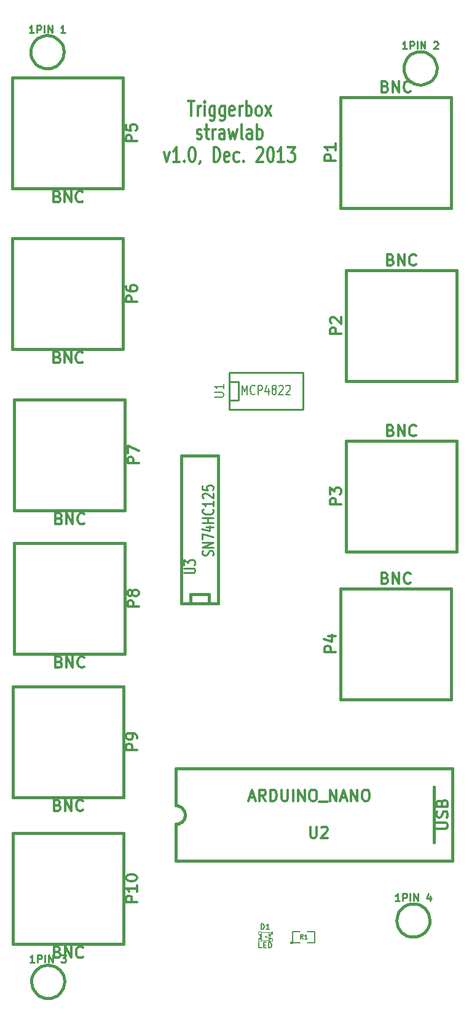
<source format=gto>
G04 (created by PCBNEW-RS274X (2011-05-25)-stable) date Sun 01 Dec 2013 10:46:18 PM CET*
G01*
G70*
G90*
%MOIN*%
G04 Gerber Fmt 3.4, Leading zero omitted, Abs format*
%FSLAX34Y34*%
G04 APERTURE LIST*
%ADD10C,0.006000*%
%ADD11C,0.012000*%
%ADD12C,0.015000*%
%ADD13C,0.005000*%
%ADD14C,0.002600*%
%ADD15C,0.004000*%
%ADD16C,0.002000*%
%ADD17C,0.010000*%
%ADD18C,0.008000*%
%ADD19C,0.011300*%
G04 APERTURE END LIST*
G54D10*
G54D11*
X24131Y-10993D02*
X24474Y-10993D01*
X24303Y-11793D02*
X24303Y-10993D01*
X24674Y-11793D02*
X24674Y-11259D01*
X24674Y-11412D02*
X24702Y-11336D01*
X24731Y-11298D01*
X24788Y-11259D01*
X24845Y-11259D01*
X25045Y-11793D02*
X25045Y-11259D01*
X25045Y-10993D02*
X25016Y-11031D01*
X25045Y-11069D01*
X25073Y-11031D01*
X25045Y-10993D01*
X25045Y-11069D01*
X25588Y-11259D02*
X25588Y-11907D01*
X25559Y-11983D01*
X25531Y-12021D01*
X25474Y-12059D01*
X25388Y-12059D01*
X25331Y-12021D01*
X25588Y-11755D02*
X25531Y-11793D01*
X25417Y-11793D01*
X25359Y-11755D01*
X25331Y-11717D01*
X25302Y-11640D01*
X25302Y-11412D01*
X25331Y-11336D01*
X25359Y-11298D01*
X25417Y-11259D01*
X25531Y-11259D01*
X25588Y-11298D01*
X26131Y-11259D02*
X26131Y-11907D01*
X26102Y-11983D01*
X26074Y-12021D01*
X26017Y-12059D01*
X25931Y-12059D01*
X25874Y-12021D01*
X26131Y-11755D02*
X26074Y-11793D01*
X25960Y-11793D01*
X25902Y-11755D01*
X25874Y-11717D01*
X25845Y-11640D01*
X25845Y-11412D01*
X25874Y-11336D01*
X25902Y-11298D01*
X25960Y-11259D01*
X26074Y-11259D01*
X26131Y-11298D01*
X26645Y-11755D02*
X26588Y-11793D01*
X26474Y-11793D01*
X26417Y-11755D01*
X26388Y-11679D01*
X26388Y-11374D01*
X26417Y-11298D01*
X26474Y-11259D01*
X26588Y-11259D01*
X26645Y-11298D01*
X26674Y-11374D01*
X26674Y-11450D01*
X26388Y-11526D01*
X26931Y-11793D02*
X26931Y-11259D01*
X26931Y-11412D02*
X26959Y-11336D01*
X26988Y-11298D01*
X27045Y-11259D01*
X27102Y-11259D01*
X27302Y-11793D02*
X27302Y-10993D01*
X27302Y-11298D02*
X27359Y-11259D01*
X27473Y-11259D01*
X27530Y-11298D01*
X27559Y-11336D01*
X27588Y-11412D01*
X27588Y-11640D01*
X27559Y-11717D01*
X27530Y-11755D01*
X27473Y-11793D01*
X27359Y-11793D01*
X27302Y-11755D01*
X27931Y-11793D02*
X27873Y-11755D01*
X27845Y-11717D01*
X27816Y-11640D01*
X27816Y-11412D01*
X27845Y-11336D01*
X27873Y-11298D01*
X27931Y-11259D01*
X28016Y-11259D01*
X28073Y-11298D01*
X28102Y-11336D01*
X28131Y-11412D01*
X28131Y-11640D01*
X28102Y-11717D01*
X28073Y-11755D01*
X28016Y-11793D01*
X27931Y-11793D01*
X28331Y-11793D02*
X28645Y-11259D01*
X28331Y-11259D02*
X28645Y-11793D01*
X24630Y-12995D02*
X24687Y-13033D01*
X24802Y-13033D01*
X24859Y-12995D01*
X24887Y-12919D01*
X24887Y-12880D01*
X24859Y-12804D01*
X24802Y-12766D01*
X24716Y-12766D01*
X24659Y-12728D01*
X24630Y-12652D01*
X24630Y-12614D01*
X24659Y-12538D01*
X24716Y-12499D01*
X24802Y-12499D01*
X24859Y-12538D01*
X25059Y-12499D02*
X25288Y-12499D01*
X25145Y-12233D02*
X25145Y-12919D01*
X25173Y-12995D01*
X25231Y-13033D01*
X25288Y-13033D01*
X25488Y-13033D02*
X25488Y-12499D01*
X25488Y-12652D02*
X25516Y-12576D01*
X25545Y-12538D01*
X25602Y-12499D01*
X25659Y-12499D01*
X26116Y-13033D02*
X26116Y-12614D01*
X26087Y-12538D01*
X26030Y-12499D01*
X25916Y-12499D01*
X25859Y-12538D01*
X26116Y-12995D02*
X26059Y-13033D01*
X25916Y-13033D01*
X25859Y-12995D01*
X25830Y-12919D01*
X25830Y-12842D01*
X25859Y-12766D01*
X25916Y-12728D01*
X26059Y-12728D01*
X26116Y-12690D01*
X26345Y-12499D02*
X26459Y-13033D01*
X26573Y-12652D01*
X26688Y-13033D01*
X26802Y-12499D01*
X27117Y-13033D02*
X27059Y-12995D01*
X27031Y-12919D01*
X27031Y-12233D01*
X27602Y-13033D02*
X27602Y-12614D01*
X27573Y-12538D01*
X27516Y-12499D01*
X27402Y-12499D01*
X27345Y-12538D01*
X27602Y-12995D02*
X27545Y-13033D01*
X27402Y-13033D01*
X27345Y-12995D01*
X27316Y-12919D01*
X27316Y-12842D01*
X27345Y-12766D01*
X27402Y-12728D01*
X27545Y-12728D01*
X27602Y-12690D01*
X27888Y-13033D02*
X27888Y-12233D01*
X27888Y-12538D02*
X27945Y-12499D01*
X28059Y-12499D01*
X28116Y-12538D01*
X28145Y-12576D01*
X28174Y-12652D01*
X28174Y-12880D01*
X28145Y-12957D01*
X28116Y-12995D01*
X28059Y-13033D01*
X27945Y-13033D01*
X27888Y-12995D01*
X22847Y-13739D02*
X22990Y-14273D01*
X23132Y-13739D01*
X23675Y-14273D02*
X23332Y-14273D01*
X23504Y-14273D02*
X23504Y-13473D01*
X23447Y-13587D01*
X23389Y-13663D01*
X23332Y-13701D01*
X23932Y-14197D02*
X23960Y-14235D01*
X23932Y-14273D01*
X23903Y-14235D01*
X23932Y-14197D01*
X23932Y-14273D01*
X24332Y-13473D02*
X24389Y-13473D01*
X24446Y-13511D01*
X24475Y-13549D01*
X24504Y-13625D01*
X24532Y-13778D01*
X24532Y-13968D01*
X24504Y-14120D01*
X24475Y-14197D01*
X24446Y-14235D01*
X24389Y-14273D01*
X24332Y-14273D01*
X24275Y-14235D01*
X24246Y-14197D01*
X24218Y-14120D01*
X24189Y-13968D01*
X24189Y-13778D01*
X24218Y-13625D01*
X24246Y-13549D01*
X24275Y-13511D01*
X24332Y-13473D01*
X24817Y-14235D02*
X24817Y-14273D01*
X24789Y-14349D01*
X24760Y-14387D01*
X25532Y-14273D02*
X25532Y-13473D01*
X25675Y-13473D01*
X25760Y-13511D01*
X25818Y-13587D01*
X25846Y-13663D01*
X25875Y-13816D01*
X25875Y-13930D01*
X25846Y-14082D01*
X25818Y-14159D01*
X25760Y-14235D01*
X25675Y-14273D01*
X25532Y-14273D01*
X26360Y-14235D02*
X26303Y-14273D01*
X26189Y-14273D01*
X26132Y-14235D01*
X26103Y-14159D01*
X26103Y-13854D01*
X26132Y-13778D01*
X26189Y-13739D01*
X26303Y-13739D01*
X26360Y-13778D01*
X26389Y-13854D01*
X26389Y-13930D01*
X26103Y-14006D01*
X26903Y-14235D02*
X26846Y-14273D01*
X26732Y-14273D01*
X26674Y-14235D01*
X26646Y-14197D01*
X26617Y-14120D01*
X26617Y-13892D01*
X26646Y-13816D01*
X26674Y-13778D01*
X26732Y-13739D01*
X26846Y-13739D01*
X26903Y-13778D01*
X27160Y-14197D02*
X27188Y-14235D01*
X27160Y-14273D01*
X27131Y-14235D01*
X27160Y-14197D01*
X27160Y-14273D01*
X27874Y-13549D02*
X27903Y-13511D01*
X27960Y-13473D01*
X28103Y-13473D01*
X28160Y-13511D01*
X28189Y-13549D01*
X28217Y-13625D01*
X28217Y-13701D01*
X28189Y-13816D01*
X27846Y-14273D01*
X28217Y-14273D01*
X28588Y-13473D02*
X28645Y-13473D01*
X28702Y-13511D01*
X28731Y-13549D01*
X28760Y-13625D01*
X28788Y-13778D01*
X28788Y-13968D01*
X28760Y-14120D01*
X28731Y-14197D01*
X28702Y-14235D01*
X28645Y-14273D01*
X28588Y-14273D01*
X28531Y-14235D01*
X28502Y-14197D01*
X28474Y-14120D01*
X28445Y-13968D01*
X28445Y-13778D01*
X28474Y-13625D01*
X28502Y-13549D01*
X28531Y-13511D01*
X28588Y-13473D01*
X29359Y-14273D02*
X29016Y-14273D01*
X29188Y-14273D02*
X29188Y-13473D01*
X29131Y-13587D01*
X29073Y-13663D01*
X29016Y-13701D01*
X29559Y-13473D02*
X29930Y-13473D01*
X29730Y-13778D01*
X29816Y-13778D01*
X29873Y-13816D01*
X29902Y-13854D01*
X29930Y-13930D01*
X29930Y-14120D01*
X29902Y-14197D01*
X29873Y-14235D01*
X29816Y-14273D01*
X29644Y-14273D01*
X29587Y-14235D01*
X29559Y-14197D01*
G54D12*
X37476Y-51118D02*
X37476Y-48118D01*
X23476Y-50118D02*
X23519Y-50116D01*
X23562Y-50110D01*
X23605Y-50100D01*
X23647Y-50087D01*
X23687Y-50071D01*
X23726Y-50051D01*
X23762Y-50027D01*
X23797Y-50001D01*
X23829Y-49971D01*
X23859Y-49939D01*
X23885Y-49904D01*
X23909Y-49867D01*
X23929Y-49829D01*
X23945Y-49789D01*
X23958Y-49747D01*
X23968Y-49704D01*
X23974Y-49661D01*
X23976Y-49618D01*
X23976Y-49618D02*
X23974Y-49575D01*
X23968Y-49532D01*
X23958Y-49489D01*
X23945Y-49447D01*
X23929Y-49407D01*
X23909Y-49369D01*
X23885Y-49332D01*
X23859Y-49297D01*
X23829Y-49265D01*
X23797Y-49235D01*
X23762Y-49209D01*
X23726Y-49185D01*
X23687Y-49165D01*
X23647Y-49149D01*
X23605Y-49136D01*
X23562Y-49126D01*
X23519Y-49120D01*
X23476Y-49118D01*
X23476Y-47118D02*
X23476Y-49118D01*
X23476Y-52118D02*
X23476Y-50118D01*
X23476Y-52118D02*
X38476Y-52118D01*
X38476Y-52118D02*
X38476Y-47118D01*
X38476Y-47118D02*
X23476Y-47118D01*
G54D13*
X29813Y-56544D02*
X29812Y-56553D01*
X29809Y-56563D01*
X29804Y-56571D01*
X29798Y-56579D01*
X29790Y-56585D01*
X29782Y-56590D01*
X29773Y-56592D01*
X29763Y-56593D01*
X29754Y-56593D01*
X29745Y-56590D01*
X29736Y-56585D01*
X29729Y-56579D01*
X29722Y-56572D01*
X29718Y-56563D01*
X29715Y-56554D01*
X29714Y-56544D01*
X29714Y-56535D01*
X29717Y-56526D01*
X29721Y-56517D01*
X29728Y-56510D01*
X29735Y-56503D01*
X29743Y-56499D01*
X29753Y-56496D01*
X29762Y-56495D01*
X29771Y-56495D01*
X29781Y-56498D01*
X29789Y-56502D01*
X29797Y-56508D01*
X29803Y-56516D01*
X29808Y-56524D01*
X29811Y-56533D01*
X29812Y-56543D01*
X29813Y-56544D01*
X30213Y-56544D02*
X29813Y-56544D01*
X29813Y-56544D02*
X29813Y-55944D01*
X29813Y-55944D02*
X30213Y-55944D01*
X30613Y-55944D02*
X31013Y-55944D01*
X31013Y-55944D02*
X31013Y-56544D01*
X31013Y-56544D02*
X30613Y-56544D01*
G54D14*
X28519Y-56319D02*
X28519Y-56447D01*
X28519Y-56447D02*
X28716Y-56447D01*
X28716Y-56319D02*
X28716Y-56447D01*
X28519Y-56319D02*
X28716Y-56319D01*
X28519Y-56074D02*
X28519Y-56133D01*
X28519Y-56133D02*
X28618Y-56133D01*
X28618Y-56074D02*
X28618Y-56133D01*
X28519Y-56074D02*
X28618Y-56074D01*
X28519Y-56269D02*
X28519Y-56328D01*
X28519Y-56328D02*
X28618Y-56328D01*
X28618Y-56269D02*
X28618Y-56328D01*
X28519Y-56269D02*
X28618Y-56269D01*
X28519Y-56123D02*
X28519Y-56279D01*
X28519Y-56279D02*
X28588Y-56279D01*
X28588Y-56123D02*
X28588Y-56279D01*
X28519Y-56123D02*
X28588Y-56123D01*
X27930Y-56319D02*
X27930Y-56447D01*
X27930Y-56447D02*
X28127Y-56447D01*
X28127Y-56319D02*
X28127Y-56447D01*
X27930Y-56319D02*
X28127Y-56319D01*
X27930Y-55955D02*
X27930Y-56083D01*
X27930Y-56083D02*
X28127Y-56083D01*
X28127Y-55955D02*
X28127Y-56083D01*
X27930Y-55955D02*
X28127Y-55955D01*
X28028Y-56269D02*
X28028Y-56328D01*
X28028Y-56328D02*
X28127Y-56328D01*
X28127Y-56269D02*
X28127Y-56328D01*
X28028Y-56269D02*
X28127Y-56269D01*
X28028Y-56074D02*
X28028Y-56133D01*
X28028Y-56133D02*
X28127Y-56133D01*
X28127Y-56074D02*
X28127Y-56133D01*
X28028Y-56074D02*
X28127Y-56074D01*
X28058Y-56123D02*
X28058Y-56279D01*
X28058Y-56279D02*
X28127Y-56279D01*
X28127Y-56123D02*
X28127Y-56279D01*
X28058Y-56123D02*
X28127Y-56123D01*
X28323Y-56162D02*
X28323Y-56240D01*
X28323Y-56240D02*
X28401Y-56240D01*
X28401Y-56162D02*
X28401Y-56240D01*
X28323Y-56162D02*
X28401Y-56162D01*
X28519Y-55965D02*
X28519Y-56083D01*
X28519Y-56083D02*
X28637Y-56083D01*
X28637Y-55965D02*
X28637Y-56083D01*
X28519Y-55965D02*
X28637Y-55965D01*
X28687Y-55955D02*
X28687Y-56044D01*
X28687Y-56044D02*
X28716Y-56044D01*
X28716Y-55955D02*
X28716Y-56044D01*
X28687Y-55955D02*
X28716Y-55955D01*
G54D15*
X28529Y-56427D02*
X28117Y-56427D01*
X28127Y-55975D02*
X28687Y-55975D01*
G54D16*
X28685Y-56024D02*
X28684Y-56029D01*
X28682Y-56034D01*
X28680Y-56039D01*
X28676Y-56043D01*
X28672Y-56047D01*
X28667Y-56049D01*
X28662Y-56051D01*
X28657Y-56051D01*
X28652Y-56051D01*
X28647Y-56049D01*
X28642Y-56047D01*
X28638Y-56044D01*
X28634Y-56039D01*
X28632Y-56035D01*
X28630Y-56029D01*
X28630Y-56024D01*
X28630Y-56019D01*
X28631Y-56014D01*
X28634Y-56009D01*
X28637Y-56005D01*
X28642Y-56002D01*
X28646Y-55999D01*
X28651Y-55997D01*
X28657Y-55997D01*
X28661Y-55997D01*
X28667Y-55998D01*
X28672Y-56001D01*
X28676Y-56004D01*
X28679Y-56008D01*
X28682Y-56013D01*
X28684Y-56018D01*
X28684Y-56024D01*
X28685Y-56024D01*
G54D15*
X28716Y-56064D02*
X28705Y-56065D01*
X28693Y-56067D01*
X28681Y-56069D01*
X28670Y-56073D01*
X28659Y-56077D01*
X28648Y-56083D01*
X28638Y-56089D01*
X28628Y-56097D01*
X28620Y-56105D01*
X28612Y-56113D01*
X28604Y-56123D01*
X28598Y-56133D01*
X28592Y-56144D01*
X28588Y-56155D01*
X28584Y-56166D01*
X28582Y-56178D01*
X28580Y-56190D01*
X28579Y-56201D01*
X28580Y-56212D01*
X28582Y-56224D01*
X28584Y-56236D01*
X28588Y-56247D01*
X28592Y-56258D01*
X28598Y-56269D01*
X28604Y-56279D01*
X28612Y-56289D01*
X28620Y-56297D01*
X28628Y-56305D01*
X28638Y-56313D01*
X28648Y-56319D01*
X28659Y-56325D01*
X28670Y-56329D01*
X28681Y-56333D01*
X28693Y-56335D01*
X28705Y-56337D01*
X28716Y-56338D01*
X27930Y-56338D02*
X27941Y-56337D01*
X27953Y-56335D01*
X27965Y-56333D01*
X27976Y-56329D01*
X27987Y-56325D01*
X27998Y-56319D01*
X28008Y-56313D01*
X28018Y-56305D01*
X28026Y-56297D01*
X28034Y-56289D01*
X28042Y-56279D01*
X28048Y-56269D01*
X28054Y-56258D01*
X28058Y-56247D01*
X28062Y-56236D01*
X28064Y-56224D01*
X28066Y-56212D01*
X28067Y-56201D01*
X28066Y-56190D01*
X28064Y-56178D01*
X28062Y-56166D01*
X28058Y-56155D01*
X28054Y-56144D01*
X28048Y-56133D01*
X28042Y-56123D01*
X28034Y-56113D01*
X28026Y-56105D01*
X28018Y-56097D01*
X28008Y-56089D01*
X27998Y-56083D01*
X27987Y-56077D01*
X27976Y-56073D01*
X27965Y-56069D01*
X27953Y-56067D01*
X27941Y-56065D01*
X27930Y-56064D01*
G54D17*
X26374Y-26165D02*
X26874Y-26165D01*
X26874Y-26165D02*
X26874Y-27165D01*
X26874Y-27165D02*
X26374Y-27165D01*
X26374Y-25665D02*
X30374Y-25665D01*
X30374Y-25665D02*
X30374Y-27665D01*
X30374Y-27665D02*
X26374Y-27665D01*
X26374Y-27665D02*
X26374Y-25665D01*
G54D12*
X23780Y-38181D02*
X23780Y-30181D01*
X25780Y-30181D02*
X25780Y-38181D01*
X25780Y-38181D02*
X23780Y-38181D01*
X24280Y-38181D02*
X24280Y-37681D01*
X24280Y-37681D02*
X25280Y-37681D01*
X25280Y-37681D02*
X25280Y-38181D01*
X23780Y-30181D02*
X25780Y-30181D01*
X38405Y-16764D02*
X32405Y-16764D01*
X32405Y-10764D02*
X38405Y-10764D01*
X38405Y-10764D02*
X38405Y-16764D01*
X32405Y-10764D02*
X32405Y-16764D01*
X38701Y-26138D02*
X32701Y-26138D01*
X32701Y-20138D02*
X38701Y-20138D01*
X38701Y-20138D02*
X38701Y-26138D01*
X32701Y-20138D02*
X32701Y-26138D01*
X38701Y-35378D02*
X32701Y-35378D01*
X32701Y-29378D02*
X38701Y-29378D01*
X38701Y-29378D02*
X38701Y-35378D01*
X32701Y-29378D02*
X32701Y-35378D01*
X38405Y-43366D02*
X32405Y-43366D01*
X32405Y-37366D02*
X38405Y-37366D01*
X38405Y-37366D02*
X38405Y-43366D01*
X32405Y-37366D02*
X32405Y-43366D01*
X14626Y-09717D02*
X20626Y-09717D01*
X20626Y-15717D02*
X14626Y-15717D01*
X14626Y-15717D02*
X14626Y-09717D01*
X20626Y-15717D02*
X20626Y-09717D01*
X14626Y-18417D02*
X20626Y-18417D01*
X20626Y-24417D02*
X14626Y-24417D01*
X14626Y-24417D02*
X14626Y-18417D01*
X20626Y-24417D02*
X20626Y-18417D01*
X14720Y-27150D02*
X20720Y-27150D01*
X20720Y-33150D02*
X14720Y-33150D01*
X14720Y-33150D02*
X14720Y-27150D01*
X20720Y-33150D02*
X20720Y-27150D01*
X14720Y-34909D02*
X20720Y-34909D01*
X20720Y-40909D02*
X14720Y-40909D01*
X14720Y-40909D02*
X14720Y-34909D01*
X20720Y-40909D02*
X20720Y-34909D01*
X14642Y-42669D02*
X20642Y-42669D01*
X20642Y-48669D02*
X14642Y-48669D01*
X14642Y-48669D02*
X14642Y-42669D01*
X20642Y-48669D02*
X20642Y-42669D01*
X14634Y-50614D02*
X20634Y-50614D01*
X20634Y-56614D02*
X14634Y-56614D01*
X14634Y-56614D02*
X14634Y-50614D01*
X20634Y-56614D02*
X20634Y-50614D01*
X37636Y-09197D02*
X37618Y-09371D01*
X37568Y-09539D01*
X37485Y-09695D01*
X37374Y-09831D01*
X37239Y-09943D01*
X37084Y-10026D01*
X36916Y-10078D01*
X36742Y-10096D01*
X36568Y-10081D01*
X36399Y-10031D01*
X36244Y-09950D01*
X36107Y-09840D01*
X35994Y-09705D01*
X35909Y-09551D01*
X35856Y-09384D01*
X35837Y-09209D01*
X35851Y-09035D01*
X35900Y-08866D01*
X35980Y-08710D01*
X36089Y-08572D01*
X36223Y-08458D01*
X36376Y-08373D01*
X36543Y-08318D01*
X36718Y-08298D01*
X36892Y-08311D01*
X37061Y-08358D01*
X37218Y-08438D01*
X37356Y-08546D01*
X37471Y-08679D01*
X37558Y-08831D01*
X37613Y-08998D01*
X37635Y-09172D01*
X37636Y-09197D01*
X17408Y-08323D02*
X17390Y-08497D01*
X17340Y-08665D01*
X17257Y-08821D01*
X17146Y-08957D01*
X17011Y-09069D01*
X16856Y-09152D01*
X16688Y-09204D01*
X16514Y-09222D01*
X16340Y-09207D01*
X16171Y-09157D01*
X16016Y-09076D01*
X15879Y-08966D01*
X15766Y-08831D01*
X15681Y-08677D01*
X15628Y-08510D01*
X15609Y-08335D01*
X15623Y-08161D01*
X15672Y-07992D01*
X15752Y-07836D01*
X15861Y-07698D01*
X15995Y-07584D01*
X16148Y-07499D01*
X16315Y-07444D01*
X16490Y-07424D01*
X16664Y-07437D01*
X16833Y-07484D01*
X16990Y-07564D01*
X17128Y-07672D01*
X17243Y-07805D01*
X17330Y-07957D01*
X17385Y-08124D01*
X17407Y-08298D01*
X17408Y-08323D01*
X17443Y-58650D02*
X17425Y-58824D01*
X17375Y-58992D01*
X17292Y-59148D01*
X17181Y-59284D01*
X17046Y-59396D01*
X16891Y-59479D01*
X16723Y-59531D01*
X16549Y-59549D01*
X16375Y-59534D01*
X16206Y-59484D01*
X16051Y-59403D01*
X15914Y-59293D01*
X15801Y-59158D01*
X15716Y-59004D01*
X15663Y-58837D01*
X15644Y-58662D01*
X15658Y-58488D01*
X15707Y-58319D01*
X15787Y-58163D01*
X15896Y-58025D01*
X16030Y-57911D01*
X16183Y-57826D01*
X16350Y-57771D01*
X16525Y-57751D01*
X16699Y-57764D01*
X16868Y-57811D01*
X17025Y-57891D01*
X17163Y-57999D01*
X17278Y-58132D01*
X17365Y-58284D01*
X17420Y-58451D01*
X17442Y-58625D01*
X17443Y-58650D01*
X37250Y-55327D02*
X37232Y-55501D01*
X37182Y-55669D01*
X37099Y-55825D01*
X36988Y-55961D01*
X36853Y-56073D01*
X36698Y-56156D01*
X36530Y-56208D01*
X36356Y-56226D01*
X36182Y-56211D01*
X36013Y-56161D01*
X35858Y-56080D01*
X35721Y-55970D01*
X35608Y-55835D01*
X35523Y-55681D01*
X35470Y-55514D01*
X35451Y-55339D01*
X35465Y-55165D01*
X35514Y-54996D01*
X35594Y-54840D01*
X35703Y-54702D01*
X35837Y-54588D01*
X35990Y-54503D01*
X36157Y-54448D01*
X36332Y-54428D01*
X36506Y-54441D01*
X36675Y-54488D01*
X36832Y-54568D01*
X36970Y-54676D01*
X37085Y-54809D01*
X37172Y-54961D01*
X37227Y-55128D01*
X37249Y-55302D01*
X37250Y-55327D01*
G54D11*
X30769Y-50261D02*
X30769Y-50747D01*
X30797Y-50804D01*
X30826Y-50832D01*
X30883Y-50861D01*
X30997Y-50861D01*
X31055Y-50832D01*
X31083Y-50804D01*
X31112Y-50747D01*
X31112Y-50261D01*
X31369Y-50318D02*
X31398Y-50289D01*
X31455Y-50261D01*
X31598Y-50261D01*
X31655Y-50289D01*
X31684Y-50318D01*
X31712Y-50375D01*
X31712Y-50432D01*
X31684Y-50518D01*
X31341Y-50861D01*
X31712Y-50861D01*
X27468Y-48689D02*
X27754Y-48689D01*
X27411Y-48861D02*
X27611Y-48261D01*
X27811Y-48861D01*
X28354Y-48861D02*
X28154Y-48575D01*
X28011Y-48861D02*
X28011Y-48261D01*
X28239Y-48261D01*
X28297Y-48289D01*
X28325Y-48318D01*
X28354Y-48375D01*
X28354Y-48461D01*
X28325Y-48518D01*
X28297Y-48547D01*
X28239Y-48575D01*
X28011Y-48575D01*
X28611Y-48861D02*
X28611Y-48261D01*
X28754Y-48261D01*
X28839Y-48289D01*
X28897Y-48347D01*
X28925Y-48404D01*
X28954Y-48518D01*
X28954Y-48604D01*
X28925Y-48718D01*
X28897Y-48775D01*
X28839Y-48832D01*
X28754Y-48861D01*
X28611Y-48861D01*
X29211Y-48261D02*
X29211Y-48747D01*
X29239Y-48804D01*
X29268Y-48832D01*
X29325Y-48861D01*
X29439Y-48861D01*
X29497Y-48832D01*
X29525Y-48804D01*
X29554Y-48747D01*
X29554Y-48261D01*
X29840Y-48861D02*
X29840Y-48261D01*
X30126Y-48861D02*
X30126Y-48261D01*
X30469Y-48861D01*
X30469Y-48261D01*
X30869Y-48261D02*
X30983Y-48261D01*
X31041Y-48289D01*
X31098Y-48347D01*
X31126Y-48461D01*
X31126Y-48661D01*
X31098Y-48775D01*
X31041Y-48832D01*
X30983Y-48861D01*
X30869Y-48861D01*
X30812Y-48832D01*
X30755Y-48775D01*
X30726Y-48661D01*
X30726Y-48461D01*
X30755Y-48347D01*
X30812Y-48289D01*
X30869Y-48261D01*
X31241Y-48918D02*
X31698Y-48918D01*
X31841Y-48861D02*
X31841Y-48261D01*
X32184Y-48861D01*
X32184Y-48261D01*
X32441Y-48689D02*
X32727Y-48689D01*
X32384Y-48861D02*
X32584Y-48261D01*
X32784Y-48861D01*
X32984Y-48861D02*
X32984Y-48261D01*
X33327Y-48861D01*
X33327Y-48261D01*
X33727Y-48261D02*
X33841Y-48261D01*
X33899Y-48289D01*
X33956Y-48347D01*
X33984Y-48461D01*
X33984Y-48661D01*
X33956Y-48775D01*
X33899Y-48832D01*
X33841Y-48861D01*
X33727Y-48861D01*
X33670Y-48832D01*
X33613Y-48775D01*
X33584Y-48661D01*
X33584Y-48461D01*
X33613Y-48347D01*
X33670Y-48289D01*
X33727Y-48261D01*
X37619Y-50375D02*
X38105Y-50375D01*
X38162Y-50347D01*
X38190Y-50318D01*
X38219Y-50261D01*
X38219Y-50147D01*
X38190Y-50089D01*
X38162Y-50061D01*
X38105Y-50032D01*
X37619Y-50032D01*
X38190Y-49775D02*
X38219Y-49689D01*
X38219Y-49546D01*
X38190Y-49489D01*
X38162Y-49460D01*
X38105Y-49432D01*
X38047Y-49432D01*
X37990Y-49460D01*
X37962Y-49489D01*
X37933Y-49546D01*
X37905Y-49660D01*
X37876Y-49718D01*
X37847Y-49746D01*
X37790Y-49775D01*
X37733Y-49775D01*
X37676Y-49746D01*
X37647Y-49718D01*
X37619Y-49660D01*
X37619Y-49518D01*
X37647Y-49432D01*
X37905Y-48975D02*
X37933Y-48889D01*
X37962Y-48861D01*
X38019Y-48832D01*
X38105Y-48832D01*
X38162Y-48861D01*
X38190Y-48889D01*
X38219Y-48947D01*
X38219Y-49175D01*
X37619Y-49175D01*
X37619Y-48975D01*
X37647Y-48918D01*
X37676Y-48889D01*
X37733Y-48861D01*
X37790Y-48861D01*
X37847Y-48889D01*
X37876Y-48918D01*
X37905Y-48975D01*
X37905Y-49175D01*
G54D13*
X30371Y-56345D02*
X30288Y-56226D01*
X30229Y-56345D02*
X30229Y-56095D01*
X30324Y-56095D01*
X30348Y-56107D01*
X30359Y-56119D01*
X30371Y-56143D01*
X30371Y-56179D01*
X30359Y-56202D01*
X30348Y-56214D01*
X30324Y-56226D01*
X30229Y-56226D01*
X30609Y-56345D02*
X30467Y-56345D01*
X30538Y-56345D02*
X30538Y-56095D01*
X30514Y-56131D01*
X30490Y-56155D01*
X30467Y-56167D01*
X28101Y-55822D02*
X28101Y-55522D01*
X28173Y-55522D01*
X28216Y-55537D01*
X28244Y-55565D01*
X28259Y-55594D01*
X28273Y-55651D01*
X28273Y-55694D01*
X28259Y-55751D01*
X28244Y-55780D01*
X28216Y-55808D01*
X28173Y-55822D01*
X28101Y-55822D01*
X28559Y-55822D02*
X28387Y-55822D01*
X28473Y-55822D02*
X28473Y-55522D01*
X28444Y-55565D01*
X28416Y-55594D01*
X28387Y-55608D01*
X28130Y-56822D02*
X27987Y-56822D01*
X27987Y-56522D01*
X28230Y-56665D02*
X28330Y-56665D01*
X28373Y-56822D02*
X28230Y-56822D01*
X28230Y-56522D01*
X28373Y-56522D01*
X28501Y-56822D02*
X28501Y-56522D01*
X28573Y-56522D01*
X28616Y-56537D01*
X28644Y-56565D01*
X28659Y-56594D01*
X28673Y-56651D01*
X28673Y-56694D01*
X28659Y-56751D01*
X28644Y-56780D01*
X28616Y-56808D01*
X28573Y-56822D01*
X28501Y-56822D01*
G54D18*
X25576Y-27008D02*
X25981Y-27008D01*
X26029Y-26986D01*
X26053Y-26965D01*
X26076Y-26922D01*
X26076Y-26836D01*
X26053Y-26794D01*
X26029Y-26772D01*
X25981Y-26751D01*
X25576Y-26751D01*
X26076Y-26301D02*
X26076Y-26558D01*
X26076Y-26430D02*
X25576Y-26430D01*
X25648Y-26473D01*
X25695Y-26515D01*
X25719Y-26558D01*
X27079Y-26867D02*
X27079Y-26367D01*
X27213Y-26725D01*
X27346Y-26367D01*
X27346Y-26867D01*
X27765Y-26820D02*
X27746Y-26844D01*
X27689Y-26867D01*
X27651Y-26867D01*
X27593Y-26844D01*
X27555Y-26796D01*
X27536Y-26748D01*
X27517Y-26653D01*
X27517Y-26582D01*
X27536Y-26486D01*
X27555Y-26439D01*
X27593Y-26391D01*
X27651Y-26367D01*
X27689Y-26367D01*
X27746Y-26391D01*
X27765Y-26415D01*
X27936Y-26867D02*
X27936Y-26367D01*
X28089Y-26367D01*
X28127Y-26391D01*
X28146Y-26415D01*
X28165Y-26463D01*
X28165Y-26534D01*
X28146Y-26582D01*
X28127Y-26605D01*
X28089Y-26629D01*
X27936Y-26629D01*
X28508Y-26534D02*
X28508Y-26867D01*
X28412Y-26344D02*
X28317Y-26701D01*
X28565Y-26701D01*
X28774Y-26582D02*
X28736Y-26558D01*
X28717Y-26534D01*
X28698Y-26486D01*
X28698Y-26463D01*
X28717Y-26415D01*
X28736Y-26391D01*
X28774Y-26367D01*
X28851Y-26367D01*
X28889Y-26391D01*
X28908Y-26415D01*
X28927Y-26463D01*
X28927Y-26486D01*
X28908Y-26534D01*
X28889Y-26558D01*
X28851Y-26582D01*
X28774Y-26582D01*
X28736Y-26605D01*
X28717Y-26629D01*
X28698Y-26677D01*
X28698Y-26772D01*
X28717Y-26820D01*
X28736Y-26844D01*
X28774Y-26867D01*
X28851Y-26867D01*
X28889Y-26844D01*
X28908Y-26820D01*
X28927Y-26772D01*
X28927Y-26677D01*
X28908Y-26629D01*
X28889Y-26605D01*
X28851Y-26582D01*
X29079Y-26415D02*
X29098Y-26391D01*
X29136Y-26367D01*
X29232Y-26367D01*
X29270Y-26391D01*
X29289Y-26415D01*
X29308Y-26463D01*
X29308Y-26510D01*
X29289Y-26582D01*
X29060Y-26867D01*
X29308Y-26867D01*
X29460Y-26415D02*
X29479Y-26391D01*
X29517Y-26367D01*
X29613Y-26367D01*
X29651Y-26391D01*
X29670Y-26415D01*
X29689Y-26463D01*
X29689Y-26510D01*
X29670Y-26582D01*
X29441Y-26867D01*
X29689Y-26867D01*
G54D19*
X23923Y-36524D02*
X24409Y-36524D01*
X24466Y-36502D01*
X24494Y-36481D01*
X24523Y-36438D01*
X24523Y-36352D01*
X24494Y-36310D01*
X24466Y-36288D01*
X24409Y-36267D01*
X23923Y-36267D01*
X23923Y-36096D02*
X23923Y-35817D01*
X24151Y-35967D01*
X24151Y-35903D01*
X24180Y-35860D01*
X24209Y-35839D01*
X24266Y-35817D01*
X24409Y-35817D01*
X24466Y-35839D01*
X24494Y-35860D01*
X24523Y-35903D01*
X24523Y-36031D01*
X24494Y-36074D01*
X24466Y-36096D01*
X25494Y-35578D02*
X25523Y-35514D01*
X25523Y-35407D01*
X25494Y-35364D01*
X25466Y-35343D01*
X25409Y-35321D01*
X25351Y-35321D01*
X25294Y-35343D01*
X25266Y-35364D01*
X25237Y-35407D01*
X25209Y-35493D01*
X25180Y-35535D01*
X25151Y-35557D01*
X25094Y-35578D01*
X25037Y-35578D01*
X24980Y-35557D01*
X24951Y-35535D01*
X24923Y-35493D01*
X24923Y-35385D01*
X24951Y-35321D01*
X25523Y-35128D02*
X24923Y-35128D01*
X25523Y-34871D01*
X24923Y-34871D01*
X24923Y-34700D02*
X24923Y-34400D01*
X25523Y-34593D01*
X25123Y-34035D02*
X25523Y-34035D01*
X24894Y-34142D02*
X25323Y-34249D01*
X25323Y-33971D01*
X25523Y-33799D02*
X24923Y-33799D01*
X25209Y-33799D02*
X25209Y-33542D01*
X25523Y-33542D02*
X24923Y-33542D01*
X25466Y-33071D02*
X25494Y-33092D01*
X25523Y-33156D01*
X25523Y-33199D01*
X25494Y-33264D01*
X25437Y-33306D01*
X25380Y-33328D01*
X25266Y-33349D01*
X25180Y-33349D01*
X25066Y-33328D01*
X25009Y-33306D01*
X24951Y-33264D01*
X24923Y-33199D01*
X24923Y-33156D01*
X24951Y-33092D01*
X24980Y-33071D01*
X25523Y-32642D02*
X25523Y-32899D01*
X25523Y-32771D02*
X24923Y-32771D01*
X25009Y-32814D01*
X25066Y-32856D01*
X25094Y-32899D01*
X24980Y-32470D02*
X24951Y-32449D01*
X24923Y-32406D01*
X24923Y-32299D01*
X24951Y-32256D01*
X24980Y-32235D01*
X25037Y-32213D01*
X25094Y-32213D01*
X25180Y-32235D01*
X25523Y-32492D01*
X25523Y-32213D01*
X24923Y-31806D02*
X24923Y-32020D01*
X25209Y-32041D01*
X25180Y-32020D01*
X25151Y-31977D01*
X25151Y-31870D01*
X25180Y-31827D01*
X25209Y-31806D01*
X25266Y-31784D01*
X25409Y-31784D01*
X25466Y-31806D01*
X25494Y-31827D01*
X25523Y-31870D01*
X25523Y-31977D01*
X25494Y-32020D01*
X25466Y-32041D01*
G54D11*
X32148Y-14206D02*
X31548Y-14206D01*
X31548Y-13978D01*
X31576Y-13920D01*
X31605Y-13892D01*
X31662Y-13863D01*
X31748Y-13863D01*
X31805Y-13892D01*
X31834Y-13920D01*
X31862Y-13978D01*
X31862Y-14206D01*
X32148Y-13292D02*
X32148Y-13635D01*
X32148Y-13463D02*
X31548Y-13463D01*
X31634Y-13520D01*
X31691Y-13578D01*
X31719Y-13635D01*
X34834Y-10193D02*
X34920Y-10221D01*
X34948Y-10250D01*
X34977Y-10307D01*
X34977Y-10393D01*
X34948Y-10450D01*
X34920Y-10478D01*
X34862Y-10507D01*
X34634Y-10507D01*
X34634Y-09907D01*
X34834Y-09907D01*
X34891Y-09935D01*
X34920Y-09964D01*
X34948Y-10021D01*
X34948Y-10078D01*
X34920Y-10135D01*
X34891Y-10164D01*
X34834Y-10193D01*
X34634Y-10193D01*
X35234Y-10507D02*
X35234Y-09907D01*
X35577Y-10507D01*
X35577Y-09907D01*
X36206Y-10450D02*
X36177Y-10478D01*
X36091Y-10507D01*
X36034Y-10507D01*
X35949Y-10478D01*
X35891Y-10421D01*
X35863Y-10364D01*
X35834Y-10250D01*
X35834Y-10164D01*
X35863Y-10050D01*
X35891Y-09993D01*
X35949Y-09935D01*
X36034Y-09907D01*
X36091Y-09907D01*
X36177Y-09935D01*
X36206Y-09964D01*
X32444Y-23580D02*
X31844Y-23580D01*
X31844Y-23352D01*
X31872Y-23294D01*
X31901Y-23266D01*
X31958Y-23237D01*
X32044Y-23237D01*
X32101Y-23266D01*
X32130Y-23294D01*
X32158Y-23352D01*
X32158Y-23580D01*
X31901Y-23009D02*
X31872Y-22980D01*
X31844Y-22923D01*
X31844Y-22780D01*
X31872Y-22723D01*
X31901Y-22694D01*
X31958Y-22666D01*
X32015Y-22666D01*
X32101Y-22694D01*
X32444Y-23037D01*
X32444Y-22666D01*
X35130Y-19567D02*
X35216Y-19595D01*
X35244Y-19624D01*
X35273Y-19681D01*
X35273Y-19767D01*
X35244Y-19824D01*
X35216Y-19852D01*
X35158Y-19881D01*
X34930Y-19881D01*
X34930Y-19281D01*
X35130Y-19281D01*
X35187Y-19309D01*
X35216Y-19338D01*
X35244Y-19395D01*
X35244Y-19452D01*
X35216Y-19509D01*
X35187Y-19538D01*
X35130Y-19567D01*
X34930Y-19567D01*
X35530Y-19881D02*
X35530Y-19281D01*
X35873Y-19881D01*
X35873Y-19281D01*
X36502Y-19824D02*
X36473Y-19852D01*
X36387Y-19881D01*
X36330Y-19881D01*
X36245Y-19852D01*
X36187Y-19795D01*
X36159Y-19738D01*
X36130Y-19624D01*
X36130Y-19538D01*
X36159Y-19424D01*
X36187Y-19367D01*
X36245Y-19309D01*
X36330Y-19281D01*
X36387Y-19281D01*
X36473Y-19309D01*
X36502Y-19338D01*
X32444Y-32820D02*
X31844Y-32820D01*
X31844Y-32592D01*
X31872Y-32534D01*
X31901Y-32506D01*
X31958Y-32477D01*
X32044Y-32477D01*
X32101Y-32506D01*
X32130Y-32534D01*
X32158Y-32592D01*
X32158Y-32820D01*
X31844Y-32277D02*
X31844Y-31906D01*
X32072Y-32106D01*
X32072Y-32020D01*
X32101Y-31963D01*
X32130Y-31934D01*
X32187Y-31906D01*
X32330Y-31906D01*
X32387Y-31934D01*
X32415Y-31963D01*
X32444Y-32020D01*
X32444Y-32192D01*
X32415Y-32249D01*
X32387Y-32277D01*
X35130Y-28807D02*
X35216Y-28835D01*
X35244Y-28864D01*
X35273Y-28921D01*
X35273Y-29007D01*
X35244Y-29064D01*
X35216Y-29092D01*
X35158Y-29121D01*
X34930Y-29121D01*
X34930Y-28521D01*
X35130Y-28521D01*
X35187Y-28549D01*
X35216Y-28578D01*
X35244Y-28635D01*
X35244Y-28692D01*
X35216Y-28749D01*
X35187Y-28778D01*
X35130Y-28807D01*
X34930Y-28807D01*
X35530Y-29121D02*
X35530Y-28521D01*
X35873Y-29121D01*
X35873Y-28521D01*
X36502Y-29064D02*
X36473Y-29092D01*
X36387Y-29121D01*
X36330Y-29121D01*
X36245Y-29092D01*
X36187Y-29035D01*
X36159Y-28978D01*
X36130Y-28864D01*
X36130Y-28778D01*
X36159Y-28664D01*
X36187Y-28607D01*
X36245Y-28549D01*
X36330Y-28521D01*
X36387Y-28521D01*
X36473Y-28549D01*
X36502Y-28578D01*
X32148Y-40808D02*
X31548Y-40808D01*
X31548Y-40580D01*
X31576Y-40522D01*
X31605Y-40494D01*
X31662Y-40465D01*
X31748Y-40465D01*
X31805Y-40494D01*
X31834Y-40522D01*
X31862Y-40580D01*
X31862Y-40808D01*
X31748Y-39951D02*
X32148Y-39951D01*
X31519Y-40094D02*
X31948Y-40237D01*
X31948Y-39865D01*
X34834Y-36795D02*
X34920Y-36823D01*
X34948Y-36852D01*
X34977Y-36909D01*
X34977Y-36995D01*
X34948Y-37052D01*
X34920Y-37080D01*
X34862Y-37109D01*
X34634Y-37109D01*
X34634Y-36509D01*
X34834Y-36509D01*
X34891Y-36537D01*
X34920Y-36566D01*
X34948Y-36623D01*
X34948Y-36680D01*
X34920Y-36737D01*
X34891Y-36766D01*
X34834Y-36795D01*
X34634Y-36795D01*
X35234Y-37109D02*
X35234Y-36509D01*
X35577Y-37109D01*
X35577Y-36509D01*
X36206Y-37052D02*
X36177Y-37080D01*
X36091Y-37109D01*
X36034Y-37109D01*
X35949Y-37080D01*
X35891Y-37023D01*
X35863Y-36966D01*
X35834Y-36852D01*
X35834Y-36766D01*
X35863Y-36652D01*
X35891Y-36595D01*
X35949Y-36537D01*
X36034Y-36509D01*
X36091Y-36509D01*
X36177Y-36537D01*
X36206Y-36566D01*
X21369Y-13159D02*
X20769Y-13159D01*
X20769Y-12931D01*
X20797Y-12873D01*
X20826Y-12845D01*
X20883Y-12816D01*
X20969Y-12816D01*
X21026Y-12845D01*
X21055Y-12873D01*
X21083Y-12931D01*
X21083Y-13159D01*
X20769Y-12273D02*
X20769Y-12559D01*
X21055Y-12588D01*
X21026Y-12559D01*
X20997Y-12502D01*
X20997Y-12359D01*
X21026Y-12302D01*
X21055Y-12273D01*
X21112Y-12245D01*
X21255Y-12245D01*
X21312Y-12273D01*
X21340Y-12302D01*
X21369Y-12359D01*
X21369Y-12502D01*
X21340Y-12559D01*
X21312Y-12588D01*
X17055Y-16146D02*
X17141Y-16174D01*
X17169Y-16203D01*
X17198Y-16260D01*
X17198Y-16346D01*
X17169Y-16403D01*
X17141Y-16431D01*
X17083Y-16460D01*
X16855Y-16460D01*
X16855Y-15860D01*
X17055Y-15860D01*
X17112Y-15888D01*
X17141Y-15917D01*
X17169Y-15974D01*
X17169Y-16031D01*
X17141Y-16088D01*
X17112Y-16117D01*
X17055Y-16146D01*
X16855Y-16146D01*
X17455Y-16460D02*
X17455Y-15860D01*
X17798Y-16460D01*
X17798Y-15860D01*
X18427Y-16403D02*
X18398Y-16431D01*
X18312Y-16460D01*
X18255Y-16460D01*
X18170Y-16431D01*
X18112Y-16374D01*
X18084Y-16317D01*
X18055Y-16203D01*
X18055Y-16117D01*
X18084Y-16003D01*
X18112Y-15946D01*
X18170Y-15888D01*
X18255Y-15860D01*
X18312Y-15860D01*
X18398Y-15888D01*
X18427Y-15917D01*
X21369Y-21859D02*
X20769Y-21859D01*
X20769Y-21631D01*
X20797Y-21573D01*
X20826Y-21545D01*
X20883Y-21516D01*
X20969Y-21516D01*
X21026Y-21545D01*
X21055Y-21573D01*
X21083Y-21631D01*
X21083Y-21859D01*
X20769Y-21002D02*
X20769Y-21116D01*
X20797Y-21173D01*
X20826Y-21202D01*
X20912Y-21259D01*
X21026Y-21288D01*
X21255Y-21288D01*
X21312Y-21259D01*
X21340Y-21231D01*
X21369Y-21173D01*
X21369Y-21059D01*
X21340Y-21002D01*
X21312Y-20973D01*
X21255Y-20945D01*
X21112Y-20945D01*
X21055Y-20973D01*
X21026Y-21002D01*
X20997Y-21059D01*
X20997Y-21173D01*
X21026Y-21231D01*
X21055Y-21259D01*
X21112Y-21288D01*
X17055Y-24846D02*
X17141Y-24874D01*
X17169Y-24903D01*
X17198Y-24960D01*
X17198Y-25046D01*
X17169Y-25103D01*
X17141Y-25131D01*
X17083Y-25160D01*
X16855Y-25160D01*
X16855Y-24560D01*
X17055Y-24560D01*
X17112Y-24588D01*
X17141Y-24617D01*
X17169Y-24674D01*
X17169Y-24731D01*
X17141Y-24788D01*
X17112Y-24817D01*
X17055Y-24846D01*
X16855Y-24846D01*
X17455Y-25160D02*
X17455Y-24560D01*
X17798Y-25160D01*
X17798Y-24560D01*
X18427Y-25103D02*
X18398Y-25131D01*
X18312Y-25160D01*
X18255Y-25160D01*
X18170Y-25131D01*
X18112Y-25074D01*
X18084Y-25017D01*
X18055Y-24903D01*
X18055Y-24817D01*
X18084Y-24703D01*
X18112Y-24646D01*
X18170Y-24588D01*
X18255Y-24560D01*
X18312Y-24560D01*
X18398Y-24588D01*
X18427Y-24617D01*
X21463Y-30592D02*
X20863Y-30592D01*
X20863Y-30364D01*
X20891Y-30306D01*
X20920Y-30278D01*
X20977Y-30249D01*
X21063Y-30249D01*
X21120Y-30278D01*
X21149Y-30306D01*
X21177Y-30364D01*
X21177Y-30592D01*
X20863Y-30049D02*
X20863Y-29649D01*
X21463Y-29906D01*
X17149Y-33579D02*
X17235Y-33607D01*
X17263Y-33636D01*
X17292Y-33693D01*
X17292Y-33779D01*
X17263Y-33836D01*
X17235Y-33864D01*
X17177Y-33893D01*
X16949Y-33893D01*
X16949Y-33293D01*
X17149Y-33293D01*
X17206Y-33321D01*
X17235Y-33350D01*
X17263Y-33407D01*
X17263Y-33464D01*
X17235Y-33521D01*
X17206Y-33550D01*
X17149Y-33579D01*
X16949Y-33579D01*
X17549Y-33893D02*
X17549Y-33293D01*
X17892Y-33893D01*
X17892Y-33293D01*
X18521Y-33836D02*
X18492Y-33864D01*
X18406Y-33893D01*
X18349Y-33893D01*
X18264Y-33864D01*
X18206Y-33807D01*
X18178Y-33750D01*
X18149Y-33636D01*
X18149Y-33550D01*
X18178Y-33436D01*
X18206Y-33379D01*
X18264Y-33321D01*
X18349Y-33293D01*
X18406Y-33293D01*
X18492Y-33321D01*
X18521Y-33350D01*
X21463Y-38351D02*
X20863Y-38351D01*
X20863Y-38123D01*
X20891Y-38065D01*
X20920Y-38037D01*
X20977Y-38008D01*
X21063Y-38008D01*
X21120Y-38037D01*
X21149Y-38065D01*
X21177Y-38123D01*
X21177Y-38351D01*
X21120Y-37665D02*
X21091Y-37723D01*
X21063Y-37751D01*
X21006Y-37780D01*
X20977Y-37780D01*
X20920Y-37751D01*
X20891Y-37723D01*
X20863Y-37665D01*
X20863Y-37551D01*
X20891Y-37494D01*
X20920Y-37465D01*
X20977Y-37437D01*
X21006Y-37437D01*
X21063Y-37465D01*
X21091Y-37494D01*
X21120Y-37551D01*
X21120Y-37665D01*
X21149Y-37723D01*
X21177Y-37751D01*
X21234Y-37780D01*
X21349Y-37780D01*
X21406Y-37751D01*
X21434Y-37723D01*
X21463Y-37665D01*
X21463Y-37551D01*
X21434Y-37494D01*
X21406Y-37465D01*
X21349Y-37437D01*
X21234Y-37437D01*
X21177Y-37465D01*
X21149Y-37494D01*
X21120Y-37551D01*
X17149Y-41338D02*
X17235Y-41366D01*
X17263Y-41395D01*
X17292Y-41452D01*
X17292Y-41538D01*
X17263Y-41595D01*
X17235Y-41623D01*
X17177Y-41652D01*
X16949Y-41652D01*
X16949Y-41052D01*
X17149Y-41052D01*
X17206Y-41080D01*
X17235Y-41109D01*
X17263Y-41166D01*
X17263Y-41223D01*
X17235Y-41280D01*
X17206Y-41309D01*
X17149Y-41338D01*
X16949Y-41338D01*
X17549Y-41652D02*
X17549Y-41052D01*
X17892Y-41652D01*
X17892Y-41052D01*
X18521Y-41595D02*
X18492Y-41623D01*
X18406Y-41652D01*
X18349Y-41652D01*
X18264Y-41623D01*
X18206Y-41566D01*
X18178Y-41509D01*
X18149Y-41395D01*
X18149Y-41309D01*
X18178Y-41195D01*
X18206Y-41138D01*
X18264Y-41080D01*
X18349Y-41052D01*
X18406Y-41052D01*
X18492Y-41080D01*
X18521Y-41109D01*
X21385Y-46111D02*
X20785Y-46111D01*
X20785Y-45883D01*
X20813Y-45825D01*
X20842Y-45797D01*
X20899Y-45768D01*
X20985Y-45768D01*
X21042Y-45797D01*
X21071Y-45825D01*
X21099Y-45883D01*
X21099Y-46111D01*
X21385Y-45483D02*
X21385Y-45368D01*
X21356Y-45311D01*
X21328Y-45283D01*
X21242Y-45225D01*
X21128Y-45197D01*
X20899Y-45197D01*
X20842Y-45225D01*
X20813Y-45254D01*
X20785Y-45311D01*
X20785Y-45425D01*
X20813Y-45483D01*
X20842Y-45511D01*
X20899Y-45540D01*
X21042Y-45540D01*
X21099Y-45511D01*
X21128Y-45483D01*
X21156Y-45425D01*
X21156Y-45311D01*
X21128Y-45254D01*
X21099Y-45225D01*
X21042Y-45197D01*
X17071Y-49098D02*
X17157Y-49126D01*
X17185Y-49155D01*
X17214Y-49212D01*
X17214Y-49298D01*
X17185Y-49355D01*
X17157Y-49383D01*
X17099Y-49412D01*
X16871Y-49412D01*
X16871Y-48812D01*
X17071Y-48812D01*
X17128Y-48840D01*
X17157Y-48869D01*
X17185Y-48926D01*
X17185Y-48983D01*
X17157Y-49040D01*
X17128Y-49069D01*
X17071Y-49098D01*
X16871Y-49098D01*
X17471Y-49412D02*
X17471Y-48812D01*
X17814Y-49412D01*
X17814Y-48812D01*
X18443Y-49355D02*
X18414Y-49383D01*
X18328Y-49412D01*
X18271Y-49412D01*
X18186Y-49383D01*
X18128Y-49326D01*
X18100Y-49269D01*
X18071Y-49155D01*
X18071Y-49069D01*
X18100Y-48955D01*
X18128Y-48898D01*
X18186Y-48840D01*
X18271Y-48812D01*
X18328Y-48812D01*
X18414Y-48840D01*
X18443Y-48869D01*
X21377Y-54342D02*
X20777Y-54342D01*
X20777Y-54114D01*
X20805Y-54056D01*
X20834Y-54028D01*
X20891Y-53999D01*
X20977Y-53999D01*
X21034Y-54028D01*
X21063Y-54056D01*
X21091Y-54114D01*
X21091Y-54342D01*
X21377Y-53428D02*
X21377Y-53771D01*
X21377Y-53599D02*
X20777Y-53599D01*
X20863Y-53656D01*
X20920Y-53714D01*
X20948Y-53771D01*
X20777Y-53057D02*
X20777Y-53000D01*
X20805Y-52943D01*
X20834Y-52914D01*
X20891Y-52885D01*
X21005Y-52857D01*
X21148Y-52857D01*
X21263Y-52885D01*
X21320Y-52914D01*
X21348Y-52943D01*
X21377Y-53000D01*
X21377Y-53057D01*
X21348Y-53114D01*
X21320Y-53143D01*
X21263Y-53171D01*
X21148Y-53200D01*
X21005Y-53200D01*
X20891Y-53171D01*
X20834Y-53143D01*
X20805Y-53114D01*
X20777Y-53057D01*
X17063Y-57043D02*
X17149Y-57071D01*
X17177Y-57100D01*
X17206Y-57157D01*
X17206Y-57243D01*
X17177Y-57300D01*
X17149Y-57328D01*
X17091Y-57357D01*
X16863Y-57357D01*
X16863Y-56757D01*
X17063Y-56757D01*
X17120Y-56785D01*
X17149Y-56814D01*
X17177Y-56871D01*
X17177Y-56928D01*
X17149Y-56985D01*
X17120Y-57014D01*
X17063Y-57043D01*
X16863Y-57043D01*
X17463Y-57357D02*
X17463Y-56757D01*
X17806Y-57357D01*
X17806Y-56757D01*
X18435Y-57300D02*
X18406Y-57328D01*
X18320Y-57357D01*
X18263Y-57357D01*
X18178Y-57328D01*
X18120Y-57271D01*
X18092Y-57214D01*
X18063Y-57100D01*
X18063Y-57014D01*
X18092Y-56900D01*
X18120Y-56843D01*
X18178Y-56785D01*
X18263Y-56757D01*
X18320Y-56757D01*
X18406Y-56785D01*
X18435Y-56814D01*
G54D17*
X36003Y-08159D02*
X35774Y-08159D01*
X35888Y-08159D02*
X35888Y-07759D01*
X35850Y-07816D01*
X35812Y-07854D01*
X35774Y-07873D01*
X36174Y-08159D02*
X36174Y-07759D01*
X36327Y-07759D01*
X36365Y-07778D01*
X36384Y-07797D01*
X36403Y-07835D01*
X36403Y-07892D01*
X36384Y-07930D01*
X36365Y-07949D01*
X36327Y-07968D01*
X36174Y-07968D01*
X36574Y-08159D02*
X36574Y-07759D01*
X36764Y-08159D02*
X36764Y-07759D01*
X36993Y-08159D01*
X36993Y-07759D01*
X37469Y-07797D02*
X37488Y-07778D01*
X37526Y-07759D01*
X37622Y-07759D01*
X37660Y-07778D01*
X37679Y-07797D01*
X37698Y-07835D01*
X37698Y-07873D01*
X37679Y-07930D01*
X37450Y-08159D01*
X37698Y-08159D01*
X15775Y-07285D02*
X15546Y-07285D01*
X15660Y-07285D02*
X15660Y-06885D01*
X15622Y-06942D01*
X15584Y-06980D01*
X15546Y-06999D01*
X15946Y-07285D02*
X15946Y-06885D01*
X16099Y-06885D01*
X16137Y-06904D01*
X16156Y-06923D01*
X16175Y-06961D01*
X16175Y-07018D01*
X16156Y-07056D01*
X16137Y-07075D01*
X16099Y-07094D01*
X15946Y-07094D01*
X16346Y-07285D02*
X16346Y-06885D01*
X16536Y-07285D02*
X16536Y-06885D01*
X16765Y-07285D01*
X16765Y-06885D01*
X17470Y-07285D02*
X17241Y-07285D01*
X17355Y-07285D02*
X17355Y-06885D01*
X17317Y-06942D01*
X17279Y-06980D01*
X17241Y-06999D01*
X15810Y-57612D02*
X15581Y-57612D01*
X15695Y-57612D02*
X15695Y-57212D01*
X15657Y-57269D01*
X15619Y-57307D01*
X15581Y-57326D01*
X15981Y-57612D02*
X15981Y-57212D01*
X16134Y-57212D01*
X16172Y-57231D01*
X16191Y-57250D01*
X16210Y-57288D01*
X16210Y-57345D01*
X16191Y-57383D01*
X16172Y-57402D01*
X16134Y-57421D01*
X15981Y-57421D01*
X16381Y-57612D02*
X16381Y-57212D01*
X16571Y-57612D02*
X16571Y-57212D01*
X16800Y-57612D01*
X16800Y-57212D01*
X17257Y-57212D02*
X17505Y-57212D01*
X17371Y-57364D01*
X17429Y-57364D01*
X17467Y-57383D01*
X17486Y-57402D01*
X17505Y-57440D01*
X17505Y-57536D01*
X17486Y-57574D01*
X17467Y-57593D01*
X17429Y-57612D01*
X17314Y-57612D01*
X17276Y-57593D01*
X17257Y-57574D01*
X35617Y-54289D02*
X35388Y-54289D01*
X35502Y-54289D02*
X35502Y-53889D01*
X35464Y-53946D01*
X35426Y-53984D01*
X35388Y-54003D01*
X35788Y-54289D02*
X35788Y-53889D01*
X35941Y-53889D01*
X35979Y-53908D01*
X35998Y-53927D01*
X36017Y-53965D01*
X36017Y-54022D01*
X35998Y-54060D01*
X35979Y-54079D01*
X35941Y-54098D01*
X35788Y-54098D01*
X36188Y-54289D02*
X36188Y-53889D01*
X36378Y-54289D02*
X36378Y-53889D01*
X36607Y-54289D01*
X36607Y-53889D01*
X37274Y-54022D02*
X37274Y-54289D01*
X37178Y-53870D02*
X37083Y-54156D01*
X37331Y-54156D01*
M02*

</source>
